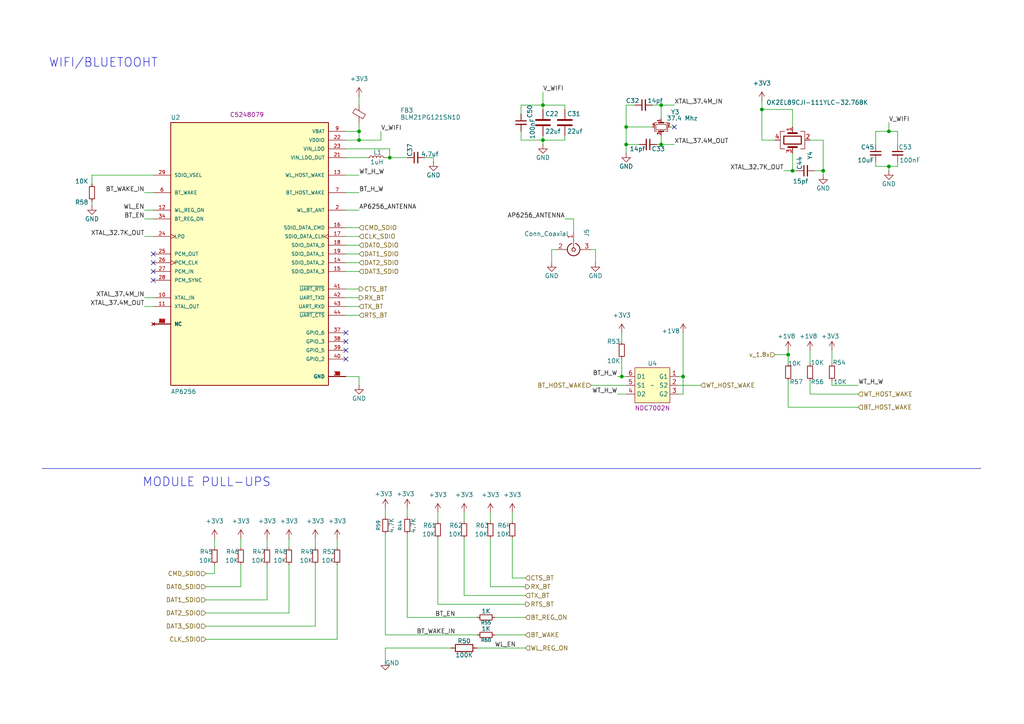
<source format=kicad_sch>
(kicad_sch (version 20250114) (generator "eeschema") (generator_version "9.0")
  (paper "A4")
  (lib_symbols
    (symbol "AP6255:AP6255" (pin_names (offset 1.016))
      (property "Reference" "U" (at -22.86 38.862 0))
      (property "Value" "AP6255" (at -22.86 -40.64 0))
      (symbol "AP6255_0_0"
        (rectangle (start -22.86 -38.1) (end 22.86 38.1) (stroke (width 0.254)) (fill (type background)))
        (pin input line (at -27.94 22.86 0) (length 5.08) (name "SDIO_VSEL") (number "29"))
        (pin input line (at -27.94 17.78 0) (length 5.08) (name "BT_WAKE") (number "6"))
        (pin input line (at -27.94 12.7 0) (length 5.08) (name "WL_REG_ON") (number "12"))
        (pin input line (at -27.94 10.16 0) (length 5.08) (name "BT_REG_ON") (number "34"))
        (pin input clock (at -27.94 5.08 0) (length 5.08) (name "LPO") (number "24"))
        (pin output line (at -27.94 0 0) (length 5.08) (name "PCM_OUT") (number "25"))
        (pin bidirectional clock (at -27.94 -2.54 0) (length 5.08) (name "PCM_CLK") (number "26"))
        (pin input line (at -27.94 -5.08 0) (length 5.08) (name "PCM_IN") (number "27"))
        (pin bidirectional line (at -27.94 -7.62 0) (length 5.08) (name "PCM_SYNC") (number "28"))
        (pin input line (at -27.94 -12.7 0) (length 5.08) (name "XTAL_IN") (number "10"))
        (pin output line (at -27.94 -15.24 0) (length 5.08) (name "XTAL_OUT") (number "11"))
        (pin no_connect line (at -27.94 -20.32 0) (length 5.08) (name "NC") (number "30"))
        (pin no_connect line (at -27.94 -20.32 0) (length 5.08) (name "NC") (number "32"))
        (pin no_connect line (at -27.94 -20.32 0) (length 5.08) (name "NC") (number "35"))
        (pin no_connect line (at -27.94 -20.32 0) (length 5.08) (name "NC") (number "4"))
        (pin no_connect line (at -27.94 -20.32 0) (length 5.08) (name "NC") (number "45"))
        (pin no_connect line (at -27.94 -20.32 0) (length 5.08) (name "NC") (number "46"))
        (pin no_connect line (at -27.94 -20.32 0) (length 5.08) (name "NC") (number "47"))
        (pin no_connect line (at -27.94 -20.32 0) (length 5.08) (name "NC") (number "5"))
        (pin no_connect line (at -27.94 -20.32 0) (length 5.08) (name "NC") (number "8"))
        (pin power_in line (at 27.94 35.56 180) (length 5.08) (name "VBAT") (number "9"))
        (pin power_in line (at 27.94 33.02 180) (length 5.08) (name "VDDIO") (number "22"))
        (pin power_in line (at 27.94 30.48 180) (length 5.08) (name "VIN_LDO") (number "23"))
        (pin power_in line (at 27.94 27.94 180) (length 5.08) (name "VIN_LDO_OUT") (number "21"))
        (pin output line (at 27.94 22.86 180) (length 5.08) (name "WL_HOST_WAKE") (number "13"))
        (pin output line (at 27.94 17.78 180) (length 5.08) (name "BT_HOST_WAKE") (number "7"))
        (pin bidirectional line (at 27.94 12.7 180) (length 5.08) (name "WL_BT_ANT") (number "2"))
        (pin bidirectional line (at 27.94 7.62 180) (length 5.08) (name "SDIO_DATA_CMD") (number "16"))
        (pin bidirectional clock (at 27.94 5.08 180) (length 5.08) (name "SDIO_DATA_CLK") (number "17"))
        (pin bidirectional line (at 27.94 2.54 180) (length 5.08) (name "SDIO_DATA_0") (number "18"))
        (pin bidirectional line (at 27.94 0 180) (length 5.08) (name "SDIO_DATA_1") (number "19"))
        (pin bidirectional line (at 27.94 -2.54 180) (length 5.08) (name "SDIO_DATA_2") (number "14"))
        (pin bidirectional line (at 27.94 -5.08 180) (length 5.08) (name "SDIO_DATA_3") (number "15"))
        (pin output line (at 27.94 -10.16 180) (length 5.08) (name "~{UART_RTS}") (number "41"))
        (pin output line (at 27.94 -12.7 180) (length 5.08) (name "UART_TXD") (number "42"))
        (pin input line (at 27.94 -15.24 180) (length 5.08) (name "UART_RXD") (number "43"))
        (pin input line (at 27.94 -17.78 180) (length 5.08) (name "~{UART_CTS}") (number "44"))
        (pin bidirectional line (at 27.94 -22.86 180) (length 5.08) (name "GPIO_6") (number "37"))
        (pin bidirectional line (at 27.94 -25.4 180) (length 5.08) (name "GPIO_3") (number "38"))
        (pin bidirectional line (at 27.94 -27.94 180) (length 5.08) (name "GPIO_5") (number "39"))
        (pin bidirectional line (at 27.94 -30.48 180) (length 5.08) (name "GPIO_2") (number "40"))
        (pin power_in line (at 27.94 -35.56 180) (length 5.08) (name "GND") (number "1"))
        (pin power_in line (at 27.94 -35.56 180) (length 5.08) (name "GND") (number "20"))
        (pin power_in line (at 27.94 -35.56 180) (length 5.08) (name "GND") (number "3"))
        (pin power_in line (at 27.94 -35.56 180) (length 5.08) (name "GND") (number "31"))
        (pin power_in line (at 27.94 -35.56 180) (length 5.08) (name "GND") (number "33"))
        (pin power_in line (at 27.94 -35.56 180) (length 5.08) (name "GND") (number "36"))
      )
    )
    (symbol "Connector:Conn_Coaxial" (pin_names (offset 1.016) (hide yes))
      (property "Reference" "J5" (at -4.826 3.81 0))
      (property "Value" "Conn_Coaxial" (at 2.921 0 90))
      (symbol "Conn_Coaxial_0_1"
        (polyline (pts (xy -2.54 0) (xy -0.508 0)))
        (arc (start 1.778 0) (mid 0.222 -1.8079) (end -1.778 -0.508) (stroke (width 0.254)))
        (arc (start -1.778 0.508) (mid 0.2221 1.8084) (end 1.778 0) (stroke (width 0.254)))
        (polyline (pts (xy 0 1.778) (xy 0 2.54)))
        (circle (center 0 0) (radius 0.508) (stroke (width 0.2032)))
        (polyline (pts (xy 0 -2.54) (xy 0 -1.778)))
      )
      (symbol "Conn_Coaxial_1_1"
        (pin passive line (at -5.08 0 0) (length 2.54) (name "In") (number "1"))
        (pin passive line (at 0 5.08 270) (length 2.54) (name "GND") (number "3"))
        (pin passive line (at 0 -5.08 90) (length 2.54) (name "Ext") (number "2"))
      )
    )
    (symbol "Device:C" (pin_numbers (hide yes)) (pin_names (offset 0.254))
      (property "Reference" "C" (at 0.635 2.54 0))
      (property "Value" "C" (at 0.635 -2.54 0))
      (symbol "C_0_1"
        (polyline (pts (xy -2.032 0.762) (xy 2.032 0.762)) (stroke (width 0.508)))
        (polyline (pts (xy -2.032 -0.762) (xy 2.032 -0.762)) (stroke (width 0.508)))
      )
      (symbol "C_1_1"
        (pin passive line (at 0 3.81 270) (length 2.794) (name "~") (number "1"))
        (pin passive line (at 0 -3.81 90) (length 2.794) (name "~") (number "2"))
      )
    )
    (symbol "Device:C_Small" (pin_numbers (hide yes)) (pin_names (offset 0.254) (hide yes))
      (property "Reference" "C" (at 0.254 1.778 0))
      (property "Value" "C_Small" (at 0.254 -2.032 0))
      (symbol "C_Small_0_1"
        (polyline (pts (xy -1.524 0.508) (xy 1.524 0.508)) (stroke (width 0.3048)))
        (polyline (pts (xy -1.524 -0.508) (xy 1.524 -0.508)) (stroke (width 0.3302)))
      )
      (symbol "C_Small_1_1"
        (pin passive line (at 0 2.54 270) (length 2.032) (name "~") (number "1"))
        (pin passive line (at 0 -2.54 90) (length 2.032) (name "~") (number "2"))
      )
    )
    (symbol "Device:Crystal_GND24" (pin_names (offset 1.016) (hide yes))
      (property "Reference" "Y" (at 3.175 5.08 0))
      (property "Value" "Crystal_GND24" (at 3.175 3.175 0))
      (symbol "Crystal_GND24_0_1"
        (polyline (pts (xy -2.54 2.286) (xy -2.54 3.556) (xy 2.54 3.556) (xy 2.54 2.286)))
        (polyline (pts (xy -2.54 0) (xy -2.032 0)))
        (polyline (pts (xy -2.54 -2.286) (xy -2.54 -3.556) (xy 2.54 -3.556) (xy 2.54 -2.286)))
        (polyline (pts (xy -2.032 -1.27) (xy -2.032 1.27)) (stroke (width 0.508)))
        (rectangle (start -1.143 2.54) (end 1.143 -2.54) (stroke (width 0.3048)))
        (polyline (pts (xy 0 3.556) (xy 0 3.81)))
        (polyline (pts (xy 0 -3.81) (xy 0 -3.556)))
        (polyline (pts (xy 2.032 0) (xy 2.54 0)))
        (polyline (pts (xy 2.032 -1.27) (xy 2.032 1.27)) (stroke (width 0.508)))
      )
      (symbol "Crystal_GND24_1_1"
        (pin passive line (at -3.81 0 0) (length 1.27) (name "1") (number "1"))
        (pin passive line (at 0 5.08 270) (length 1.27) (name "2") (number "2"))
        (pin passive line (at 0 -5.08 90) (length 1.27) (name "4") (number "4"))
        (pin passive line (at 3.81 0 180) (length 1.27) (name "3") (number "3"))
      )
    )
    (symbol "Device:Crystal_GND24_Small" (pin_names (offset 1.016) (hide yes))
      (property "Reference" "Y" (at 1.27 4.445 0))
      (property "Value" "Crystal_GND24_Small" (at 1.27 2.54 0))
      (symbol "Crystal_GND24_Small_0_1"
        (polyline (pts (xy -1.27 1.27) (xy -1.27 1.905) (xy 1.27 1.905) (xy 1.27 1.27)))
        (polyline (pts (xy -1.27 -0.762) (xy -1.27 0.762)) (stroke (width 0.381)))
        (polyline (pts (xy -1.27 -1.27) (xy -1.27 -1.905) (xy 1.27 -1.905) (xy 1.27 -1.27)))
        (rectangle (start -0.762 -1.524) (end 0.762 1.524))
        (polyline (pts (xy 1.27 -0.762) (xy 1.27 0.762)) (stroke (width 0.381)))
      )
      (symbol "Crystal_GND24_Small_1_1"
        (pin passive line (at -2.54 0 0) (length 1.27) (name "1") (number "1"))
        (pin passive line (at 0 2.54 270) (length 0.635) (name "4") (number "4"))
        (pin passive line (at 0 -2.54 90) (length 0.635) (name "2") (number "2"))
        (pin passive line (at 2.54 0 180) (length 1.27) (name "3") (number "3"))
      )
    )
    (symbol "Device:FerriteBead_Small" (pin_numbers (hide yes)) (pin_names (offset 0))
      (property "Reference" "FB" (at 1.905 1.27 0))
      (property "Value" "FerriteBead_Small" (at 1.905 -1.27 0))
      (symbol "FerriteBead_Small_0_1"
        (polyline (pts (xy -1.8288 0.2794) (xy -1.1176 1.4986) (xy 1.8288 -0.2032) (xy 1.1176 -1.4224) (xy -1.8288 0.2794)))
        (polyline (pts (xy 0 0.889) (xy 0 1.2954)))
        (polyline (pts (xy 0 -1.27) (xy 0 -0.7874)))
      )
      (symbol "FerriteBead_Small_1_1"
        (pin passive line (at 0 2.54 270) (length 1.27) (name "~") (number "1"))
        (pin passive line (at 0 -2.54 90) (length 1.27) (name "~") (number "2"))
      )
    )
    (symbol "Device:L_Small" (pin_numbers (hide yes)) (pin_names (offset 0.254) (hide yes))
      (property "Reference" "L" (at 0.762 1.016 0))
      (property "Value" "L_Small" (at 0.762 -1.016 0))
      (symbol "L_Small_0_1"
        (arc (start 0 2.032) (mid 0.5058 1.524) (end 0 1.016))
        (arc (start 0 1.016) (mid 0.5058 0.508) (end 0 0))
        (arc (start 0 0) (mid 0.5058 -0.508) (end 0 -1.016))
        (arc (start 0 -1.016) (mid 0.5058 -1.524) (end 0 -2.032))
      )
      (symbol "L_Small_1_1"
        (pin passive line (at 0 2.54 270) (length 0.508) (name "~") (number "1"))
        (pin passive line (at 0 -2.54 90) (length 0.508) (name "~") (number "2"))
      )
    )
    (symbol "Device:R" (pin_numbers (hide yes)) (pin_names (offset 0))
      (property "Reference" "R" (at 2.032 0 90))
      (property "Value" "R" (at 0 0 90))
      (symbol "R_0_1"
        (rectangle (start -1.016 -2.54) (end 1.016 2.54) (stroke (width 0.254)))
      )
      (symbol "R_1_1"
        (pin passive line (at 0 3.81 270) (length 1.27) (name "~") (number "1"))
        (pin passive line (at 0 -3.81 90) (length 1.27) (name "~") (number "2"))
      )
    )
    (symbol "Device:R_Small" (pin_numbers (hide yes)) (pin_names (offset 0.254) (hide yes))
      (property "Reference" "R" (at 0.762 0.508 0))
      (property "Value" "R_Small" (at 0.762 -1.016 0))
      (symbol "R_Small_0_1"
        (rectangle (start -0.762 1.778) (end 0.762 -1.778) (stroke (width 0.2032)))
      )
      (symbol "R_Small_1_1"
        (pin passive line (at 0 2.54 270) (length 0.762) (name "~") (number "1"))
        (pin passive line (at 0 -2.54 90) (length 0.762) (name "~") (number "2"))
      )
    )
    (symbol "R_Small_1" (pin_numbers (hide yes)) (pin_names (offset 0.254) (hide yes))
      (property "Reference" "R" (at 0 0 90))
      (property "Value" "R_Small" (at 1.778 0 90))
      (symbol "R_Small_1_0_1"
        (rectangle (start -0.762 1.778) (end 0.762 -1.778) (stroke (width 0.2032)))
      )
      (symbol "R_Small_1_1_1"
        (pin passive line (at 0 2.54 270) (length 0.762) (name "~") (number "1"))
        (pin passive line (at 0 -2.54 90) (length 0.762) (name "~") (number "2"))
      )
    )
    (symbol "pondo_sch:NDC7002N"
      (property "Reference" "U" (at 0 9.398 0))
      (symbol "NDC7002N_1_1"
        (rectangle (start -5.08 5.08) (end 5.08 -5.08) (fill (type background)))
        (pin input line (at -7.62 2.54 0) (length 2.54) (name "D1") (number "6"))
        (pin input line (at -7.62 0 0) (length 2.54) (name "S1") (number "5"))
        (pin input line (at -7.62 -2.54 0) (length 2.54) (name "D2") (number "4"))
        (pin input line (at 7.62 2.54 180) (length 2.54) (name "G1") (number "1"))
        (pin input line (at 7.62 0 180) (length 2.54) (name "S2") (number "2"))
        (pin input line (at 7.62 -2.54 180) (length 2.54) (name "G2") (number "3"))
      )
    )
    (symbol "power:+1V8" (power) (pin_numbers (hide yes)) (pin_names (offset 0) (hide yes))
      (property "Value" "+1V8" (at 0 3.556 0))
      (symbol "+1V8_0_1"
        (polyline (pts (xy -0.762 1.27) (xy 0 2.54)))
        (polyline (pts (xy 0 2.54) (xy 0.762 1.27)))
        (polyline (pts (xy 0 0) (xy 0 2.54)))
      )
      (symbol "+1V8_1_1"
        (pin power_in line (at 0 0 90) (length 0) (name "~") (number "1"))
      )
    )
    (symbol "power:+3V3" (power) (pin_numbers (hide yes)) (pin_names (offset 0) (hide yes))
      (property "Value" "+3V3" (at 0 3.556 0))
      (symbol "+3V3_0_1"
        (polyline (pts (xy -0.762 1.27) (xy 0 2.54)))
        (polyline (pts (xy 0 2.54) (xy 0.762 1.27)))
        (polyline (pts (xy 0 0) (xy 0 2.54)))
      )
      (symbol "+3V3_1_1"
        (pin power_in line (at 0 0 90) (length 0) (name "~") (number "1"))
      )
    )
    (symbol "power:GND" (power) (pin_numbers (hide yes)) (pin_names (offset 0) (hide yes))
      (property "Value" "GND" (at 0 -3.81 0))
      (symbol "GND_0_1"
        (polyline (pts (xy 0 0) (xy 0 -1.27) (xy 1.27 -1.27) (xy 0 -2.54) (xy -1.27 -1.27) (xy 0 -1.27)))
      )
      (symbol "GND_1_1"
        (pin power_in line (at 0 0 270) (length 0) (name "~") (number "1"))
      )
    )
  )
  (text "MODULE PULL-UPS\n" (at 59.944 139.954 0) (effects (font (size 2.54 2.54))))
  (text "WIFI/BLUETOOHT" (at 29.972 18.288 0) (effects (font (size 2.54 2.54))))
  (junction (at 257.81 48.26))
  (junction (at 113.03 45.72))
  (junction (at 157.48 40.64))
  (junction (at 238.76 49.53))
  (junction (at 198.12 109.22))
  (junction (at 104.14 38.1))
  (junction (at 257.81 38.1))
  (junction (at 181.61 36.83))
  (junction (at 228.6 102.87))
  (junction (at 191.77 30.48))
  (junction (at 104.14 40.64))
  (junction (at 180.34 109.22))
  (junction (at 220.98 31.75))
  (junction (at 191.77 41.91))
  (junction (at 157.48 30.48))
  (junction (at 181.61 41.91))
  (junction (at 229.87 49.53))
  (no_connect (at 100.33 96.52))
  (no_connect (at 44.45 76.2))
  (no_connect (at 100.33 101.6))
  (no_connect (at 195.58 36.83))
  (no_connect (at 44.45 78.74))
  (no_connect (at 100.33 99.06))
  (no_connect (at 44.45 73.66))
  (no_connect (at 100.33 104.14))
  (no_connect (at 44.45 81.28))
  (wire (pts (xy 91.44 181.61) (xy 91.44 163.83)))
  (wire (pts (xy 104.14 35.56) (xy 104.14 38.1)))
  (wire (pts (xy 171.45 111.76) (xy 181.61 111.76)))
  (wire (pts (xy 194.31 36.83) (xy 195.58 36.83)))
  (wire (pts (xy 191.77 30.48) (xy 195.58 30.48)))
  (wire (pts (xy 198.12 96.52) (xy 198.12 109.22)))
  (wire (pts (xy 100.33 60.96) (xy 104.14 60.96)))
  (wire (pts (xy 257.81 48.26) (xy 254 48.26)))
  (wire (pts (xy 134.62 148.59) (xy 134.62 151.13)))
  (wire (pts (xy 130.81 187.96) (xy 111.76 187.96)))
  (wire (pts (xy 59.69 166.37) (xy 62.23 166.37)))
  (wire (pts (xy 127 175.26) (xy 152.4 175.26)))
  (wire (pts (xy 257.81 35.56) (xy 257.81 38.1)))
  (wire (pts (xy 69.85 156.21) (xy 69.85 158.75)))
  (wire (pts (xy 26.67 50.8) (xy 44.45 50.8)))
  (wire (pts (xy 181.61 36.83) (xy 189.23 36.83)))
  (wire (pts (xy 100.33 78.74) (xy 104.14 78.74)))
  (wire (pts (xy 191.77 30.48) (xy 191.77 34.29)))
  (wire (pts (xy 228.6 101.6) (xy 228.6 102.87)))
  (wire (pts (xy 163.83 31.75) (xy 163.83 30.48)))
  (wire (pts (xy 143.51 184.15) (xy 152.4 184.15)))
  (wire (pts (xy 198.12 109.22) (xy 196.85 109.22)))
  (wire (pts (xy 229.87 44.45) (xy 229.87 49.53)))
  (wire (pts (xy 238.76 40.64) (xy 238.76 49.53)))
  (wire (pts (xy 113.03 45.72) (xy 118.11 45.72)))
  (wire (pts (xy 91.44 156.21) (xy 91.44 158.75)))
  (wire (pts (xy 104.14 109.22) (xy 100.33 109.22)))
  (wire (pts (xy 62.23 166.37) (xy 62.23 163.83)))
  (wire (pts (xy 100.33 86.36) (xy 104.14 86.36)))
  (wire (pts (xy 236.22 49.53) (xy 238.76 49.53)))
  (wire (pts (xy 229.87 36.83) (xy 229.87 31.75)))
  (wire (pts (xy 134.62 172.72) (xy 134.62 156.21)))
  (wire (pts (xy 26.67 53.34) (xy 26.67 50.8)))
  (wire (pts (xy 100.33 55.88) (xy 104.14 55.88)))
  (wire (pts (xy 163.83 39.37) (xy 163.83 40.64)))
  (wire (pts (xy 151.13 30.48) (xy 157.48 30.48)))
  (wire (pts (xy 181.61 41.91) (xy 185.42 41.91)))
  (wire (pts (xy 254 46.99) (xy 254 48.26)))
  (wire (pts (xy 110.49 40.64) (xy 104.14 40.64)))
  (polyline (pts (xy 12.192 135.89) (xy 284.48 135.89)))
  (wire (pts (xy 198.12 114.3) (xy 198.12 109.22)))
  (wire (pts (xy 257.81 49.53) (xy 257.81 48.26)))
  (wire (pts (xy 111.76 184.15) (xy 138.43 184.15)))
  (wire (pts (xy 166.37 63.5) (xy 166.37 67.31)))
  (wire (pts (xy 248.92 118.11) (xy 228.6 118.11)))
  (wire (pts (xy 127 148.59) (xy 127 151.13)))
  (wire (pts (xy 234.95 101.6) (xy 234.95 105.41)))
  (wire (pts (xy 69.85 170.18) (xy 69.85 163.83)))
  (wire (pts (xy 100.33 76.2) (xy 104.14 76.2)))
  (wire (pts (xy 228.6 102.87) (xy 228.6 105.41)))
  (wire (pts (xy 111.76 187.96) (xy 111.76 191.77)))
  (wire (pts (xy 59.69 170.18) (xy 69.85 170.18)))
  (wire (pts (xy 104.14 111.76) (xy 104.14 109.22)))
  (wire (pts (xy 163.83 63.5) (xy 166.37 63.5)))
  (wire (pts (xy 104.14 40.64) (xy 100.33 40.64)))
  (wire (pts (xy 143.51 179.07) (xy 152.4 179.07)))
  (wire (pts (xy 83.82 156.21) (xy 83.82 158.75)))
  (wire (pts (xy 26.67 58.42) (xy 26.67 59.69)))
  (wire (pts (xy 227.33 49.53) (xy 229.87 49.53)))
  (wire (pts (xy 196.85 111.76) (xy 203.2 111.76)))
  (wire (pts (xy 100.33 50.8) (xy 104.14 50.8)))
  (wire (pts (xy 191.77 41.91) (xy 191.77 39.37)))
  (wire (pts (xy 157.48 39.37) (xy 157.48 40.64)))
  (wire (pts (xy 180.34 96.52) (xy 180.34 99.06)))
  (wire (pts (xy 100.33 83.82) (xy 104.14 83.82)))
  (wire (pts (xy 59.69 185.42) (xy 97.79 185.42)))
  (wire (pts (xy 125.73 46.99) (xy 125.73 45.72)))
  (wire (pts (xy 127 156.21) (xy 127 175.26)))
  (wire (pts (xy 41.91 63.5) (xy 44.45 63.5)))
  (wire (pts (xy 163.83 30.48) (xy 157.48 30.48)))
  (wire (pts (xy 125.73 45.72) (xy 123.19 45.72)))
  (wire (pts (xy 100.33 71.12) (xy 104.14 71.12)))
  (wire (pts (xy 41.91 88.9) (xy 44.45 88.9)))
  (wire (pts (xy 142.24 170.18) (xy 142.24 156.21)))
  (wire (pts (xy 41.91 55.88) (xy 44.45 55.88)))
  (wire (pts (xy 100.33 38.1) (xy 104.14 38.1)))
  (wire (pts (xy 41.91 68.58) (xy 44.45 68.58)))
  (wire (pts (xy 172.72 72.39) (xy 172.72 76.2)))
  (wire (pts (xy 152.4 167.64) (xy 148.59 167.64)))
  (wire (pts (xy 190.5 41.91) (xy 191.77 41.91)))
  (wire (pts (xy 238.76 49.53) (xy 238.76 50.8)))
  (wire (pts (xy 248.92 114.3) (xy 234.95 114.3)))
  (wire (pts (xy 104.14 38.1) (xy 104.14 40.64)))
  (wire (pts (xy 100.33 91.44) (xy 104.14 91.44)))
  (wire (pts (xy 104.14 27.94) (xy 104.14 30.48)))
  (wire (pts (xy 181.61 41.91) (xy 181.61 44.45)))
  (wire (pts (xy 181.61 30.48) (xy 181.61 36.83)))
  (wire (pts (xy 111.76 147.32) (xy 111.76 149.86)))
  (wire (pts (xy 62.23 156.21) (xy 62.23 158.75)))
  (wire (pts (xy 180.34 104.14) (xy 180.34 109.22)))
  (wire (pts (xy 59.69 181.61) (xy 91.44 181.61)))
  (wire (pts (xy 260.35 46.99) (xy 260.35 48.26)))
  (wire (pts (xy 260.35 38.1) (xy 260.35 41.91)))
  (wire (pts (xy 118.11 179.07) (xy 118.11 154.94)))
  (wire (pts (xy 220.98 29.21) (xy 220.98 31.75)))
  (wire (pts (xy 41.91 86.36) (xy 44.45 86.36)))
  (wire (pts (xy 100.33 73.66) (xy 104.14 73.66)))
  (wire (pts (xy 241.3 111.76) (xy 241.3 110.49)))
  (wire (pts (xy 220.98 31.75) (xy 220.98 40.64)))
  (wire (pts (xy 179.07 109.22) (xy 180.34 109.22)))
  (wire (pts (xy 160.02 72.39) (xy 160.02 76.2)))
  (wire (pts (xy 234.95 40.64) (xy 238.76 40.64)))
  (wire (pts (xy 241.3 101.6) (xy 241.3 105.41)))
  (wire (pts (xy 100.33 68.58) (xy 104.14 68.58)))
  (wire (pts (xy 138.43 179.07) (xy 118.11 179.07)))
  (wire (pts (xy 152.4 172.72) (xy 134.62 172.72)))
  (wire (pts (xy 41.91 60.96) (xy 44.45 60.96)))
  (wire (pts (xy 100.33 43.18) (xy 113.03 43.18)))
  (wire (pts (xy 148.59 148.59) (xy 148.59 151.13)))
  (wire (pts (xy 157.48 40.64) (xy 157.48 41.91)))
  (wire (pts (xy 77.47 173.99) (xy 77.47 163.83)))
  (wire (pts (xy 118.11 147.32) (xy 118.11 149.86)))
  (wire (pts (xy 220.98 40.64) (xy 224.79 40.64)))
  (wire (pts (xy 224.79 102.87) (xy 228.6 102.87)))
  (wire (pts (xy 181.61 36.83) (xy 181.61 41.91)))
  (wire (pts (xy 254 41.91) (xy 254 38.1)))
  (wire (pts (xy 59.69 177.8) (xy 83.82 177.8)))
  (wire (pts (xy 172.72 72.39) (xy 171.45 72.39)))
  (wire (pts (xy 157.48 26.67) (xy 157.48 30.48)))
  (wire (pts (xy 229.87 31.75) (xy 220.98 31.75)))
  (wire (pts (xy 179.07 114.3) (xy 181.61 114.3)))
  (wire (pts (xy 148.59 167.64) (xy 148.59 156.21)))
  (wire (pts (xy 83.82 177.8) (xy 83.82 163.83)))
  (wire (pts (xy 228.6 118.11) (xy 228.6 110.49)))
  (wire (pts (xy 191.77 41.91) (xy 195.58 41.91)))
  (wire (pts (xy 100.33 88.9) (xy 104.14 88.9)))
  (wire (pts (xy 110.49 38.1) (xy 110.49 40.64)))
  (wire (pts (xy 157.48 30.48) (xy 157.48 31.75)))
  (wire (pts (xy 196.85 114.3) (xy 198.12 114.3)))
  (wire (pts (xy 151.13 38.1) (xy 151.13 40.64)))
  (wire (pts (xy 180.34 109.22) (xy 181.61 109.22)))
  (wire (pts (xy 257.81 38.1) (xy 260.35 38.1)))
  (wire (pts (xy 97.79 163.83) (xy 97.79 185.42)))
  (wire (pts (xy 248.92 111.76) (xy 241.3 111.76)))
  (wire (pts (xy 97.79 156.21) (xy 97.79 158.75)))
  (wire (pts (xy 260.35 48.26) (xy 257.81 48.26)))
  (wire (pts (xy 184.15 30.48) (xy 181.61 30.48)))
  (wire (pts (xy 138.43 187.96) (xy 152.4 187.96)))
  (wire (pts (xy 234.95 110.49) (xy 234.95 114.3)))
  (wire (pts (xy 151.13 40.64) (xy 157.48 40.64)))
  (wire (pts (xy 189.23 30.48) (xy 191.77 30.48)))
  (wire (pts (xy 111.76 45.72) (xy 113.03 45.72)))
  (wire (pts (xy 113.03 43.18) (xy 113.03 45.72)))
  (wire (pts (xy 77.47 156.21) (xy 77.47 158.75)))
  (wire (pts (xy 163.83 40.64) (xy 157.48 40.64)))
  (wire (pts (xy 100.33 66.04) (xy 104.14 66.04)))
  (wire (pts (xy 160.02 72.39) (xy 161.29 72.39)))
  (wire (pts (xy 229.87 49.53) (xy 231.14 49.53)))
  (wire (pts (xy 111.76 154.94) (xy 111.76 184.15)))
  (wire (pts (xy 142.24 148.59) (xy 142.24 151.13)))
  (wire (pts (xy 254 38.1) (xy 257.81 38.1)))
  (wire (pts (xy 59.69 173.99) (xy 77.47 173.99)))
  (wire (pts (xy 100.33 45.72) (xy 106.68 45.72)))
  (wire (pts (xy 151.13 33.02) (xy 151.13 30.48)))
  (wire (pts (xy 152.4 170.18) (xy 142.24 170.18)))
  (label "XTAL_37.4M_OUT" (at 41.91 88.9 180))
  (label "XTAL_37.4M_IN" (at 195.58 30.48 0))
  (label "WT_H_W" (at 248.92 111.76 0))
  (label "WL_EN" (at 41.91 60.96 180))
  (label "AP6256_ANTENNA" (at 163.83 63.5 180))
  (label "V_WIFI" (at 257.81 35.56 0))
  (label "BT_WAKE_IN" (at 41.91 55.88 180))
  (label "XTAL_37.4M_IN" (at 41.91 86.36 180))
  (label "BT_H_W" (at 179.07 109.22 180))
  (label "V_WIFI" (at 110.49 38.1 0))
  (label "AP6256_ANTENNA" (at 104.14 60.96 0))
  (label "WT_H_W" (at 104.14 50.8 0))
  (label "WT_H_W" (at 179.07 114.3 180))
  (label "BT_WAKE_IN" (at 132.08 184.15 180))
  (label "XTAL_37.4M_OUT" (at 195.58 41.91 0))
  (label "V_WIFI" (at 157.48 26.67 0))
  (label "WL_EN" (at 143.51 187.96 0))
  (label "XTAL_32.7K_OUT" (at 227.33 49.53 180))
  (label "XTAL_32.7K_OUT" (at 41.91 68.58 180))
  (label "BT_EN" (at 41.91 63.5 180))
  (label "BT_H_W" (at 104.14 55.88 0))
  (label "BT_EN" (at 132.08 179.07 180))
  (hierarchical_label "WT_HOST_WAKE" (shape input) (at 203.2 111.76 0))
  (hierarchical_label "CMD_SDIO" (shape input) (at 104.14 66.04 0))
  (hierarchical_label "TX_BT" (shape input) (at 104.14 88.9 0))
  (hierarchical_label "CTS_BT" (shape output) (at 104.14 83.82 0))
  (hierarchical_label "CLK_SDIO" (shape input) (at 59.69 185.42 180))
  (hierarchical_label "BT_REG_ON" (shape input) (at 152.4 179.07 0))
  (hierarchical_label "DAT2_SDIO" (shape input) (at 59.69 177.8 180))
  (hierarchical_label "BT_WAKE" (shape input) (at 152.4 184.15 0))
  (hierarchical_label "DAT3_SDIO" (shape input) (at 59.69 181.61 180))
  (hierarchical_label "CLK_SDIO" (shape input) (at 104.14 68.58 0))
  (hierarchical_label "CTS_BT" (shape input) (at 152.4 167.64 0))
  (hierarchical_label "DAT1_SDIO" (shape input) (at 104.14 73.66 0))
  (hierarchical_label "RTS_BT" (shape output) (at 152.4 175.26 0))
  (hierarchical_label "RTS_BT" (shape input) (at 104.14 91.44 0))
  (hierarchical_label "v_1.8v" (shape input) (at 224.79 102.87 180))
  (hierarchical_label "WL_REG_ON" (shape input) (at 152.4 187.96 0))
  (hierarchical_label "DAT0_SDIO" (shape input) (at 104.14 71.12 0))
  (hierarchical_label "DAT3_SDIO" (shape input) (at 104.14 78.74 0))
  (hierarchical_label "RX_BT" (shape output) (at 104.14 86.36 0))
  (hierarchical_label "WT_HOST_WAKE" (shape input) (at 248.92 114.3 0))
  (hierarchical_label "DAT2_SDIO" (shape input) (at 104.14 76.2 0))
  (hierarchical_label "RX_BT" (shape output) (at 152.4 170.18 0))
  (hierarchical_label "DAT0_SDIO" (shape input) (at 59.69 170.18 180))
  (hierarchical_label "CMD_SDIO" (shape input) (at 59.69 166.37 180))
  (hierarchical_label "BT_HOST_WAKE" (shape input) (at 171.45 111.76 180))
  (hierarchical_label "TX_BT" (shape input) (at 152.4 172.72 0))
  (hierarchical_label "BT_HOST_WAKE" (shape input) (at 248.92 118.11 0))
  (hierarchical_label "DAT1_SDIO" (shape input) (at 59.69 173.99 180))
  (symbol (lib_id "Device:R_Small") (at 69.85 161.29 0) (unit 1)
    (property "Reference" "R46" (at 65.532 160.02 0) (effects (justify left)))
    (property "Value" "10K" (at 65.278 162.56 0) (effects (justify left)))
    (property "Footprint" "Resistor_SMD:R_0402_1005Metric_Pad0.72x0.64mm_HandSolder" (effects (hide yes)))
    (property "Description" "Resistor, small symbol" (effects (hide yes)))
    (property "#LCSC" "C2759535" (effects (hide yes)))
  )
  (symbol (lib_id "power:+3V3") (at 104.14 27.94 0) (unit 1)
    (property "Reference" "#PWR0129" (effects (hide yes)))
    (property "Value" "+3V3" (at 104.14 22.86 0))
    (property "Description" "Power symbol creates a global label with name \"+3V3\"" (effects (hide yes)))
  )
  (symbol (lib_id "power:GND") (at 160.02 76.2 0) (unit 1)
    (property "Reference" "#PWR023" (effects (hide yes)))
    (property "Value" "GND" (at 160.02 80.01 0))
    (property "Description" "Power symbol creates a global label with name \"GND\" , ground" (effects (hide yes)))
  )
  (symbol (lib_id "Device:R_Small") (at 62.23 161.29 0) (unit 1)
    (property "Reference" "R45" (at 57.912 160.02 0) (effects (justify left)))
    (property "Value" "10K" (at 57.658 162.56 0) (effects (justify left)))
    (property "Footprint" "Resistor_SMD:R_0402_1005Metric_Pad0.72x0.64mm_HandSolder" (effects (hide yes)))
    (property "Description" "Resistor, small symbol" (effects (hide yes)))
    (property "#LCSC" "C2759535" (effects (hide yes)))
  )
  (symbol (lib_id "power:+3V3") (at 241.3 101.6 0) (unit 1)
    (property "Reference" "#PWR0136" (effects (hide yes)))
    (property "Value" "+3V3" (at 240.792 97.536 0))
    (property "Description" "Power symbol creates a global label with name \"+3V3\"" (effects (hide yes)))
  )
  (symbol (lib_id "power:+3V3") (at 97.79 156.21 0) (unit 1)
    (property "Reference" "#PWR0134" (effects (hide yes)))
    (property "Value" "+3V3" (at 97.79 151.13 0))
    (property "Description" "Power symbol creates a global label with name \"+3V3\"" (effects (hide yes)))
  )
  (symbol (lib_name "R_Small_1") (lib_id "Device:R_Small") (at 111.76 152.4 0) (unit 1)
    (property "Reference" "R59" (at 109.728 152.4 90) (effects (font (size 1.016 1.016))))
    (property "Value" "4.7K" (at 113.538 152.4 90))
    (property "Footprint" "Resistor_SMD:R_0402_1005Metric_Pad0.72x0.64mm_HandSolder" (effects (hide yes)))
    (property "Datasheet" "C400631" (effects (hide yes)))
    (property "Description" "Resistor, small symbol" (effects (hide yes)))
    (property "#LCSC" "C400631" (effects (hide yes)))
  )
  (symbol (lib_id "Device:C_Small") (at 260.35 44.45 0) (unit 1)
    (property "Reference" "C53" (at 260.604 42.672 0) (effects (justify left)))
    (property "Value" "100nF" (at 260.858 46.482 0) (effects (justify left)))
    (property "Footprint" "Capacitor_SMD:C_0402_1005Metric_Pad0.74x0.62mm_HandSolder" (effects (hide yes)))
    (property "Description" "Unpolarized capacitor, small symbol" (effects (hide yes)))
    (property "#LCSC" "C77020" (effects (hide yes)))
  )
  (symbol (lib_id "power:GND") (at 26.67 59.69 0) (unit 1)
    (property "Reference" "#PWR017" (effects (hide yes)))
    (property "Value" "GND" (at 26.67 63.5 0))
    (property "Description" "Power symbol creates a global label with name \"GND\" , ground" (effects (hide yes)))
  )
  (symbol (lib_id "power:+1V8") (at 228.6 101.6 0) (unit 1)
    (property "Reference" "#PWR0140" (effects (hide yes)))
    (property "Value" "+1V8" (at 228.092 97.536 0))
    (property "Description" "Power symbol creates a global label with name \"+1V8\"" (effects (hide yes)))
  )
  (symbol (lib_id "Device:C_Small") (at 187.96 41.91 270) (unit 1)
    (property "Reference" "C33" (at 188.976 43.18 90) (effects (justify left)))
    (property "Value" "14pf" (at 182.626 43.18 90) (effects (justify left)))
    (property "Footprint" "Capacitor_SMD:C_0402_1005Metric_Pad0.74x0.62mm_HandSolder" (effects (hide yes)))
    (property "Description" "Unpolarized capacitor, small symbol" (effects (hide yes)))
    (property "#LCSC" "C524558" (effects (hide yes)))
  )
  (symbol (lib_id "Device:R_Small") (at 134.62 153.67 0) (unit 1)
    (property "Reference" "R62" (at 130.302 152.4 0) (effects (justify left)))
    (property "Value" "10K" (at 130.048 154.94 0) (effects (justify left)))
    (property "Footprint" "Resistor_SMD:R_0402_1005Metric_Pad0.72x0.64mm_HandSolder" (effects (hide yes)))
    (property "Description" "Resistor, small symbol" (effects (hide yes)))
    (property "#LCSC" "C2759535" (effects (hide yes)))
  )
  (symbol (lib_id "Device:C_Small") (at 151.13 35.56 0) (unit 1)
    (property "Reference" "C50" (at 153.67 34.2962 90) (effects (justify left)))
    (property "Value" "100nF" (at 154.432 40.386 90) (effects (justify left)))
    (property "Footprint" "Capacitor_SMD:C_0402_1005Metric_Pad0.74x0.62mm_HandSolder" (effects (hide yes)))
    (property "Description" "Unpolarized capacitor, small symbol" (effects (hide yes)))
    (property "#LCSC" "C77020" (effects (hide yes)))
  )
  (symbol (lib_id "Device:R_Small") (at 127 153.67 0) (unit 1)
    (property "Reference" "R61" (at 122.682 152.4 0) (effects (justify left)))
    (property "Value" "10K" (at 122.428 154.94 0) (effects (justify left)))
    (property "Footprint" "Resistor_SMD:R_0402_1005Metric_Pad0.72x0.64mm_HandSolder" (effects (hide yes)))
    (property "Description" "Resistor, small symbol" (effects (hide yes)))
    (property "#LCSC" "C2759535" (effects (hide yes)))
  )
  (symbol (lib_id "Device:R_Small") (at 228.6 107.95 180) (unit 1)
    (property "Reference" "R57" (at 232.918 110.744 0) (effects (justify left)))
    (property "Value" "10K" (at 232.41 105.41 0) (effects (justify left)))
    (property "Footprint" "Resistor_SMD:R_0402_1005Metric_Pad0.72x0.64mm_HandSolder" (effects (hide yes)))
    (property "Description" "Resistor, small symbol" (effects (hide yes)))
    (property "#LCSC" "C2759535" (effects (hide yes)))
  )
  (symbol (lib_id "Device:R_Small") (at 234.95 107.95 180) (unit 1)
    (property "Reference" "R56" (at 239.014 110.744 0) (effects (justify left)))
    (property "Value" "10K" (at 239.014 105.156 0) (effects (justify left)))
    (property "Footprint" "Resistor_SMD:R_0402_1005Metric_Pad0.72x0.64mm_HandSolder" (effects (hide yes)))
    (property "Description" "Resistor, small symbol" (effects (hide yes)))
    (property "#LCSC" "C2759535" (effects (hide yes)))
  )
  (symbol (lib_id "power:+3V3") (at 134.62 148.59 0) (unit 1)
    (property "Reference" "#PWR0141" (effects (hide yes)))
    (property "Value" "+3V3" (at 134.62 143.51 0))
    (property "Description" "Power symbol creates a global label with name \"+3V3\"" (effects (hide yes)))
  )
  (symbol (lib_id "Device:L_Small") (at 109.22 45.72 90) (unit 1)
    (property "Reference" "L1" (at 110.744 44.196 90) (effects (justify left)))
    (property "Value" "1uH" (at 111.252 46.99 90) (effects (justify left)))
    (property "Footprint" "Inductor_SMD:L_1008_2520Metric" (effects (hide yes)))
    (property "Description" "Inductor, small symbol" (effects (hide yes)))
    (property "#LCSC" "C279952" (effects (hide yes)))
    (property "Mnfr#" "WPN252010U1R0MT" (effects (hide yes)))
  )
  (symbol (lib_id "Device:Crystal_GND24") (at 229.87 40.64 270) (unit 1)
    (property "Reference" "Y4" (at 234.95 43.815 0) (effects (justify left)))
    (property "Value" "OK2EL89CJI-111YLC-32.768K" (at 222.25 29.718 90) (effects (justify left)))
    (property "Footprint" "Crystal:Crystal_SMD_3225-4Pin_3.2x2.5mm" (effects (hide yes)))
    (property "Description" "Four pin crystal, GND on pins 2 and 4" (effects (hide yes)))
    (property "#LCSC" "C5280579" (effects (hide yes)))
    (property "Mnfr#" "OK2EL89CJI-111YLC-32.768K" (effects (hide yes)))
  )
  (symbol (lib_id "Device:R_Small") (at 241.3 107.95 180) (unit 1)
    (property "Reference" "R54" (at 245.364 105.156 0) (effects (justify left)))
    (property "Value" "10K" (at 245.618 110.744 0) (effects (justify left)))
    (property "Footprint" "Resistor_SMD:R_0402_1005Metric_Pad0.72x0.64mm_HandSolder" (effects (hide yes)))
    (property "Description" "Resistor, small symbol" (effects (hide yes)))
    (property "#LCSC" "C2759535" (effects (hide yes)))
  )
  (symbol (lib_id "Device:R_Small") (at 77.47 161.29 0) (unit 1)
    (property "Reference" "R47" (at 73.152 160.02 0) (effects (justify left)))
    (property "Value" "10K" (at 72.898 162.56 0) (effects (justify left)))
    (property "Footprint" "Resistor_SMD:R_0402_1005Metric_Pad0.72x0.64mm_HandSolder" (effects (hide yes)))
    (property "Description" "Resistor, small symbol" (effects (hide yes)))
    (property "#LCSC" "C2759535" (effects (hide yes)))
  )
  (symbol (lib_id "power:+3V3") (at 148.59 148.59 0) (unit 1)
    (property "Reference" "#PWR0145" (effects (hide yes)))
    (property "Value" "+3V3" (at 148.59 143.51 0))
    (property "Description" "Power symbol creates a global label with name \"+3V3\"" (effects (hide yes)))
  )
  (symbol (lib_id "power:+3V3") (at 111.76 147.32 0) (unit 1)
    (property "Reference" "#PWR0143" (effects (hide yes)))
    (property "Value" "+3V3" (at 111.252 143.256 0))
    (property "Description" "Power symbol creates a global label with name \"+3V3\"" (effects (hide yes)))
  )
  (symbol (lib_id "Device:R_Small") (at 148.59 153.67 0) (unit 1)
    (property "Reference" "R64" (at 144.272 152.4 0) (effects (justify left)))
    (property "Value" "10K" (at 144.018 154.94 0) (effects (justify left)))
    (property "Footprint" "Resistor_SMD:R_0402_1005Metric_Pad0.72x0.64mm_HandSolder" (effects (hide yes)))
    (property "Description" "Resistor, small symbol" (effects (hide yes)))
    (property "#LCSC" "C2759535" (effects (hide yes)))
  )
  (symbol (lib_id "power:GND") (at 111.76 191.77 0) (unit 1)
    (property "Reference" "#PWR018" (effects (hide yes)))
    (property "Value" "GND" (at 113.792 192.278 0))
    (property "Description" "Power symbol creates a global label with name \"GND\" , ground" (effects (hide yes)))
  )
  (symbol (lib_id "Device:C") (at 157.48 35.56 0) (unit 1)
    (property "Reference" "C22" (at 158.115 33.02 0) (effects (justify left)))
    (property "Value" "22uf" (at 158.115 38.1 0) (effects (justify left)))
    (property "Footprint" "Capacitor_SMD:C_0402_1005Metric_Pad0.74x0.62mm_HandSolder" (effects (hide yes)))
    (property "Description" "Unpolarized capacitor" (effects (hide yes)))
    (property "Mnfr#" "GRM155R60J226ME11D" (effects (hide yes)))
    (property "#LCSC" "C415703" (effects (hide yes)))
  )
  (symbol (lib_id "power:+1V8") (at 198.12 96.52 0) (unit 1)
    (property "Reference" "#PWR0137" (effects (hide yes)))
    (property "Value" "+1V8" (at 194.564 96.012 0))
    (property "Description" "Power symbol creates a global label with name \"+1V8\"" (effects (hide yes)))
  )
  (symbol (lib_id "power:+1V8") (at 234.95 101.6 0) (unit 1)
    (property "Reference" "#PWR0139" (effects (hide yes)))
    (property "Value" "+1V8" (at 234.442 97.536 0))
    (property "Description" "Power symbol creates a global label with name \"+1V8\"" (effects (hide yes)))
  )
  (symbol (lib_id "Connector:Conn_Coaxial") (at 166.37 72.39 270) (unit 1)
    (property "Reference" "J5" (at 170.18 67.564 0))
    (property "Value" "Conn_Coaxial" (at 158.496 67.818 90))
    (property "Footprint" "Connector_Coaxial:U.FL_Molex_MCRF_73412-0110_Vertical" (effects (hide yes)))
    (property "Description" "coaxial connector (BNC, SMA, SMB, SMC, Cinch/RCA, LEMO, ...)" (effects (hide yes)))
    (property "Mnfr#" "CONMHF1-SMD-G-T " (effects (hide yes)))
  )
  (symbol (lib_id "Device:FerriteBead_Small") (at 104.14 33.02 0) (unit 1)
    (property "Reference" "FB3" (at 116.078 32.004 0) (effects (justify left)))
    (property "Value" "BLM21PG121SN1D" (at 116.078 34.036 0) (effects (justify left)))
    (property "Footprint" "Inductor_SMD:L_0805_2012Metric" (effects (hide yes)))
    (property "Description" "Ferrite bead, small symbol" (effects (hide yes)))
    (property "#LCSC" "C79382" (effects (hide yes)))
  )
  (symbol (lib_id "power:GND") (at 157.48 41.91 0) (unit 1)
    (property "Reference" "#PWR016" (effects (hide yes)))
    (property "Value" "GND" (at 157.48 45.72 0))
    (property "Description" "Power symbol creates a global label with name \"GND\" , ground" (effects (hide yes)))
  )
  (symbol (lib_id "Device:R_Small") (at 26.67 55.88 180) (unit 1)
    (property "Reference" "R58" (at 25.654 58.674 0) (effects (justify left)))
    (property "Value" "10K" (at 25.654 52.578 0) (effects (justify left)))
    (property "Footprint" "Resistor_SMD:R_0402_1005Metric_Pad0.72x0.64mm_HandSolder" (effects (hide yes)))
    (property "Description" "Resistor, small symbol" (effects (hide yes)))
    (property "#LCSC" "C2759535" (effects (hide yes)))
  )
  (symbol (lib_id "power:GND") (at 172.72 76.2 0) (unit 1)
    (property "Reference" "#PWR021" (effects (hide yes)))
    (property "Value" "GND" (at 172.72 80.01 0))
    (property "Description" "Power symbol creates a global label with name \"GND\" , ground" (effects (hide yes)))
  )
  (symbol (lib_id "power:GND") (at 104.14 111.76 0) (unit 1)
    (property "Reference" "#PWR011" (effects (hide yes)))
    (property "Value" "GND" (at 104.14 115.57 0))
    (property "Description" "Power symbol creates a global label with name \"GND\" , ground" (effects (hide yes)))
  )
  (symbol (lib_id "AP6255:AP6255") (at 72.39 73.66 0) (unit 1)
    (property "Reference" "U2" (at 49.53 34.798 0) (effects (justify left bottom)))
    (property "Value" "AP6256" (at 49.53 114.3 0) (effects (justify left bottom)))
    (property "Footprint" "pondo_2:XCVR_AP6255" (effects (hide yes)))
    (property "MF" "Ampak Technology" (effects (hide yes)))
    (property "MAXIMUM_PACKAGE_HEIGHT" "1.6mm" (effects (hide yes)))
    (property "Package" "Package" (effects (hide yes)))
    (property "Price" "None" (effects (hide yes)))
    (property "PARTREV" "2.2" (effects (hide yes)))
    (property "MP" "AP6256" (effects (hide yes)))
    (property "Description_1" "WiFi 11ac + Bluetooth 4.1 Module" (effects (hide yes)))
    (property "Availability" "Not in stock" (effects (hide yes)))
    (property "MANUFACTURER" "Ampak Technology" (effects (hide yes)))
    (property "#LCSC" "C5248079" (at 71.628 33.274 0))
  )
  (symbol (lib_id "power:+3V3") (at 220.98 29.21 0) (unit 1)
    (property "Reference" "#PWR0132" (effects (hide yes)))
    (property "Value" "+3V3" (at 220.98 24.13 0))
    (property "Description" "Power symbol creates a global label with name \"+3V3\"" (effects (hide yes)))
  )
  (symbol (lib_id "Device:R_Small") (at 142.24 153.67 0) (unit 1)
    (property "Reference" "R63" (at 137.922 152.4 0) (effects (justify left)))
    (property "Value" "10K" (at 137.668 154.94 0) (effects (justify left)))
    (property "Footprint" "Resistor_SMD:R_0402_1005Metric_Pad0.72x0.64mm_HandSolder" (effects (hide yes)))
    (property "Description" "Resistor, small symbol" (effects (hide yes)))
    (property "#LCSC" "C2759535" (effects (hide yes)))
  )
  (symbol (lib_id "Device:C_Small") (at 186.69 30.48 90) (unit 1)
    (property "Reference" "C32" (at 185.42 29.21 90) (effects (justify left)))
    (property "Value" "14pf" (at 192.278 29.21 90) (effects (justify left)))
    (property "Footprint" "Capacitor_SMD:C_0402_1005Metric_Pad0.74x0.62mm_HandSolder" (effects (hide yes)))
    (property "Description" "Unpolarized capacitor, small symbol" (effects (hide yes)))
    (property "#LCSC" "C524558" (effects (hide yes)))
  )
  (symbol (lib_id "Device:C") (at 163.83 35.56 0) (unit 1)
    (property "Reference" "C31" (at 164.465 33.02 0) (effects (justify left)))
    (property "Value" "22uf" (at 164.465 38.1 0) (effects (justify left)))
    (property "Footprint" "Capacitor_SMD:C_0402_1005Metric_Pad0.74x0.62mm_HandSolder" (effects (hide yes)))
    (property "Description" "Unpolarized capacitor" (effects (hide yes)))
    (property "Mnfr#" "GRM155R60J226ME11D" (effects (hide yes)))
    (property "#LCSC" "C415703" (effects (hide yes)))
  )
  (symbol (lib_id "Device:C_Small") (at 254 44.45 0) (unit 1)
    (property "Reference" "C45" (at 249.682 42.672 0) (effects (justify left)))
    (property "Value" "10uF" (at 248.666 46.482 0) (effects (justify left)))
    (property "Footprint" "Capacitor_SMD:C_0603_1608Metric" (effects (hide yes)))
    (property "Description" "Unpolarized capacitor, small symbol" (effects (hide yes)))
    (property "#LCSC" "C96446" (effects (hide yes)))
  )
  (symbol (lib_id "Device:R_Small") (at 97.79 161.29 0) (unit 1)
    (property "Reference" "R52" (at 93.472 160.02 0) (effects (justify left)))
    (property "Value" "10K" (at 93.218 162.56 0) (effects (justify left)))
    (property "Footprint" "Resistor_SMD:R_0402_1005Metric_Pad0.72x0.64mm_HandSolder" (effects (hide yes)))
    (property "Description" "Resistor, small symbol" (effects (hide yes)))
    (property "#LCSC" "C2759535" (effects (hide yes)))
  )
  (symbol (lib_id "pondo_sch:NDC7002N") (at 189.23 111.76 0) (unit 1)
    (property "Reference" "U4" (at 189.23 105.41 0))
    (property "Value" "~" (at 189.23 111.76 0))
    (property "Footprint" "Package_TO_SOT_SMD:SuperSOT-6" (effects (hide yes)))
    (property "Mnfr#" "NDC7002N" (at 189.23 118.364 0))
  )
  (symbol (lib_id "power:+3V3") (at 180.34 96.52 0) (unit 1)
    (property "Reference" "#PWR0135" (effects (hide yes)))
    (property "Value" "+3V3" (at 180.34 91.44 0))
    (property "Description" "Power symbol creates a global label with name \"+3V3\"" (effects (hide yes)))
  )
  (symbol (lib_id "Device:R_Small") (at 83.82 161.29 0) (unit 1)
    (property "Reference" "R48" (at 79.502 160.02 0) (effects (justify left)))
    (property "Value" "10K" (at 79.248 162.56 0) (effects (justify left)))
    (property "Footprint" "Resistor_SMD:R_0402_1005Metric_Pad0.72x0.64mm_HandSolder" (effects (hide yes)))
    (property "Description" "Resistor, small symbol" (effects (hide yes)))
    (property "#LCSC" "C2759535" (effects (hide yes)))
  )
  (symbol (lib_id "power:GND") (at 181.61 44.45 0) (unit 1)
    (property "Reference" "#PWR019" (effects (hide yes)))
    (property "Value" "GND" (at 181.61 48.26 0))
    (property "Description" "Power symbol creates a global label with name \"GND\" , ground" (effects (hide yes)))
  )
  (symbol (lib_id "power:GND") (at 125.73 46.99 0) (unit 1)
    (property "Reference" "#PWR020" (effects (hide yes)))
    (property "Value" "GND" (at 125.73 50.8 0))
    (property "Description" "Power symbol creates a global label with name \"GND\" , ground" (effects (hide yes)))
  )
  (symbol (lib_id "power:GND") (at 257.81 49.53 0) (unit 1)
    (property "Reference" "#PWR022" (effects (hide yes)))
    (property "Value" "GND" (at 257.81 53.34 0))
    (property "Description" "Power symbol creates a global label with name \"GND\" , ground" (effects (hide yes)))
  )
  (symbol (lib_name "R_Small_1") (lib_id "Device:R_Small") (at 140.97 184.15 90) (unit 1)
    (property "Reference" "R60" (at 140.97 185.674 90) (effects (font (size 1.016 1.016))))
    (property "Value" "1K" (at 140.97 182.372 90))
    (property "Footprint" "Resistor_SMD:R_0402_1005Metric_Pad0.72x0.64mm_HandSolder" (effects (hide yes)))
    (property "Description" "Resistor, small symbol" (effects (hide yes)))
    (property "#LCSC" "C242161" (effects (hide yes)))
  )
  (symbol (lib_id "power:GND") (at 238.76 50.8 0) (unit 1)
    (property "Reference" "#PWR015" (effects (hide yes)))
    (property "Value" "GND" (at 238.76 54.61 0))
    (property "Description" "Power symbol creates a global label with name \"GND\" , ground" (effects (hide yes)))
  )
  (symbol (lib_id "power:+3V3") (at 91.44 156.21 0) (unit 1)
    (property "Reference" "#PWR0128" (effects (hide yes)))
    (property "Value" "+3V3" (at 91.44 151.13 0))
    (property "Description" "Power symbol creates a global label with name \"+3V3\"" (effects (hide yes)))
  )
  (symbol (lib_id "power:+3V3") (at 62.23 156.21 0) (unit 1)
    (property "Reference" "#PWR0123" (effects (hide yes)))
    (property "Value" "+3V3" (at 62.23 151.13 0))
    (property "Description" "Power symbol creates a global label with name \"+3V3\"" (effects (hide yes)))
  )
  (symbol (lib_id "power:+3V3") (at 142.24 148.59 0) (unit 1)
    (property "Reference" "#PWR0144" (effects (hide yes)))
    (property "Value" "+3V3" (at 142.24 143.51 0))
    (property "Description" "Power symbol creates a global label with name \"+3V3\"" (effects (hide yes)))
  )
  (symbol (lib_id "power:+3V3") (at 69.85 156.21 0) (unit 1)
    (property "Reference" "#PWR0124" (effects (hide yes)))
    (property "Value" "+3V3" (at 69.85 151.13 0))
    (property "Description" "Power symbol creates a global label with name \"+3V3\"" (effects (hide yes)))
  )
  (symbol (lib_id "Device:C_Small") (at 120.65 45.72 90) (unit 1)
    (property "Reference" "C37" (at 118.872 45.466 0) (effects (justify left)))
    (property "Value" "4.7uf" (at 127.254 44.704 90) (effects (justify left)))
    (property "Footprint" "Capacitor_SMD:C_0603_1608Metric_Pad1.08x0.95mm_HandSolder" (effects (hide yes)))
    (property "Description" "Unpolarized capacitor, small symbol" (effects (hide yes)))
    (property "#LCSC" "C162274" (effects (hide yes)))
  )
  (symbol (lib_id "Device:R") (at 134.62 187.96 90) (unit 1)
    (property "Reference" "R50" (at 134.62 185.928 90))
    (property "Value" "100K" (at 134.62 189.992 90))
    (property "Footprint" "Resistor_SMD:R_0402_1005Metric_Pad0.72x0.64mm_HandSolder" (effects (hide yes)))
    (property "Description" "Resistor" (effects (hide yes)))
    (property "#LCSC" "C844674" (effects (hide yes)))
  )
  (symbol (lib_id "power:+3V3") (at 118.11 147.32 0) (unit 1)
    (property "Reference" "#PWR0142" (effects (hide yes)))
    (property "Value" "+3V3" (at 117.602 143.256 0))
    (property "Description" "Power symbol creates a global label with name \"+3V3\"" (effects (hide yes)))
  )
  (symbol (lib_id "power:+3V3") (at 77.47 156.21 0) (unit 1)
    (property "Reference" "#PWR0126" (effects (hide yes)))
    (property "Value" "+3V3" (at 77.47 151.13 0))
    (property "Description" "Power symbol creates a global label with name \"+3V3\"" (effects (hide yes)))
  )
  (symbol (lib_id "Device:C_Small") (at 233.68 49.53 90) (unit 1)
    (property "Reference" "C44" (at 231.902 49.276 0) (effects (justify left)))
    (property "Value" "15pf" (at 234.442 52.578 90) (effects (justify left)))
    (property "Footprint" "Capacitor_SMD:C_0402_1005Metric_Pad0.74x0.62mm_HandSolder" (effects (hide yes)))
    (property "Description" "Unpolarized capacitor, small symbol" (effects (hide yes)))
    (property "#LCSC" "C326803" (effects (hide yes)))
  )
  (symbol (lib_name "R_Small_1") (lib_id "Device:R_Small") (at 118.11 152.4 0) (unit 1)
    (property "Reference" "R44" (at 116.078 152.4 90) (effects (font (size 1.016 1.016))))
    (property "Value" "4.7K" (at 119.888 152.4 90))
    (property "Footprint" "Resistor_SMD:R_0402_1005Metric_Pad0.72x0.64mm_HandSolder" (effects (hide yes)))
    (property "Datasheet" "C400631" (effects (hide yes)))
    (property "Description" "Resistor, small symbol" (effects (hide yes)))
    (property "#LCSC" "C400631" (effects (hide yes)))
  )
  (symbol (lib_id "Device:Crystal_GND24_Small") (at 191.77 36.83 90) (mirror x) (unit 1)
    (property "Reference" "Y3" (at 195.834 32.512 90))
    (property "Value" "37.4 Mhz" (at 197.866 34.29 90))
    (property "Footprint" "pondo_2:SMD1612-4P" (effects (hide yes)))
    (property "Description" "Four pin crystal, GND on pins 2 and 4, small symbol" (effects (hide yes)))
    (property "#LCSC" "C655049" (effects (hide yes)))
  )
  (symbol (lib_id "power:+3V3") (at 83.82 156.21 0) (unit 1)
    (property "Reference" "#PWR0127" (effects (hide yes)))
    (property "Value" "+3V3" (at 83.82 151.13 0))
    (property "Description" "Power symbol creates a global label with name \"+3V3\"" (effects (hide yes)))
  )
  (symbol (lib_name "R_Small_1") (lib_id "Device:R_Small") (at 140.97 179.07 90) (unit 1)
    (property "Reference" "R55" (at 140.97 180.594 90) (effects (font (size 1.016 1.016))))
    (property "Value" "1K" (at 140.97 177.292 90))
    (property "Footprint" "Resistor_SMD:R_0402_1005Metric_Pad0.72x0.64mm_HandSolder" (effects (hide yes)))
    (property "Description" "Resistor, small symbol" (effects (hide yes)))
    (property "#LCSC" "C242161" (effects (hide yes)))
  )
  (symbol (lib_id "Device:R_Small") (at 91.44 161.29 0) (unit 1)
    (property "Reference" "R49" (at 87.122 160.02 0) (effects (justify left)))
    (property "Value" "10K" (at 86.868 162.56 0) (effects (justify left)))
    (property "Footprint" "Resistor_SMD:R_0402_1005Metric_Pad0.72x0.64mm_HandSolder" (effects (hide yes)))
    (property "Description" "Resistor, small symbol" (effects (hide yes)))
    (property "#LCSC" "C2759535" (effects (hide yes)))
  )
  (symbol (lib_id "Device:R_Small") (at 180.34 101.6 0) (unit 1)
    (property "Reference" "R53" (at 176.022 99.06 0) (effects (justify left)))
    (property "Value" "10K" (at 176.022 104.648 0) (effects (justify left)))
    (property "Footprint" "Resistor_SMD:R_0402_1005Metric_Pad0.72x0.64mm_HandSolder" (effects (hide yes)))
    (property "Description" "Resistor, small symbol" (effects (hide yes)))
    (property "#LCSC" "C2759535" (effects (hide yes)))
  )
  (symbol (lib_id "power:+3V3") (at 127 148.59 0) (unit 1)
    (property "Reference" "#PWR0130" (effects (hide yes)))
    (property "Value" "+3V3" (at 127 143.51 0))
    (property "Description" "Power symbol creates a global label with name \"+3V3\"" (effects (hide yes)))
  )
)
</source>
